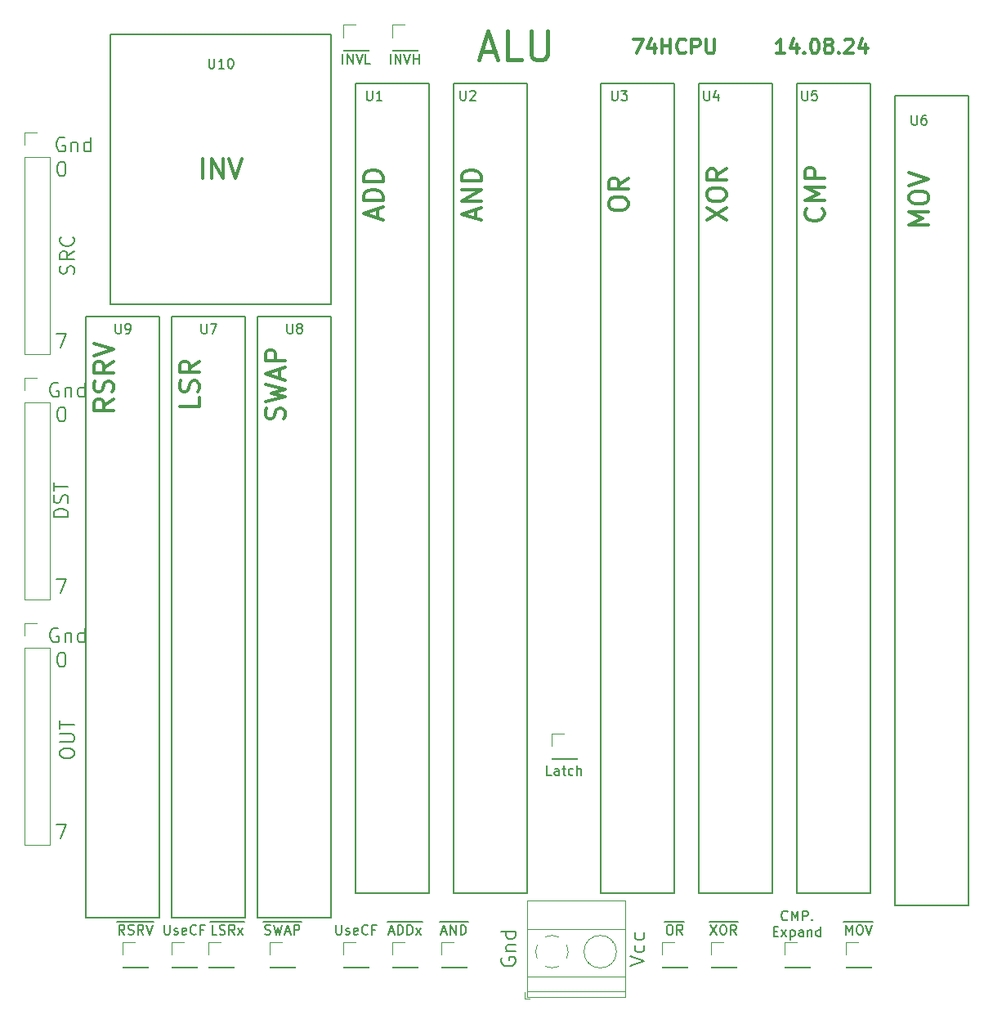
<source format=gbr>
%TF.GenerationSoftware,KiCad,Pcbnew,(5.1.8)-1*%
%TF.CreationDate,2024-08-14T23:33:12+03:00*%
%TF.ProjectId,ALU,414c552e-6b69-4636-9164-5f7063625858,rev?*%
%TF.SameCoordinates,Original*%
%TF.FileFunction,Legend,Top*%
%TF.FilePolarity,Positive*%
%FSLAX46Y46*%
G04 Gerber Fmt 4.6, Leading zero omitted, Abs format (unit mm)*
G04 Created by KiCad (PCBNEW (5.1.8)-1) date 2024-08-14 23:33:12*
%MOMM*%
%LPD*%
G01*
G04 APERTURE LIST*
%ADD10C,0.300000*%
%ADD11C,0.400000*%
%ADD12C,0.150000*%
%ADD13C,0.200000*%
%ADD14C,0.120000*%
G04 APERTURE END LIST*
D10*
X92662857Y-17188571D02*
X91805714Y-17188571D01*
X92234285Y-17188571D02*
X92234285Y-15688571D01*
X92091428Y-15902857D01*
X91948571Y-16045714D01*
X91805714Y-16117142D01*
X93948571Y-16188571D02*
X93948571Y-17188571D01*
X93591428Y-15617142D02*
X93234285Y-16688571D01*
X94162857Y-16688571D01*
X94734285Y-17045714D02*
X94805714Y-17117142D01*
X94734285Y-17188571D01*
X94662857Y-17117142D01*
X94734285Y-17045714D01*
X94734285Y-17188571D01*
X95734285Y-15688571D02*
X95877142Y-15688571D01*
X96020000Y-15760000D01*
X96091428Y-15831428D01*
X96162857Y-15974285D01*
X96234285Y-16260000D01*
X96234285Y-16617142D01*
X96162857Y-16902857D01*
X96091428Y-17045714D01*
X96020000Y-17117142D01*
X95877142Y-17188571D01*
X95734285Y-17188571D01*
X95591428Y-17117142D01*
X95520000Y-17045714D01*
X95448571Y-16902857D01*
X95377142Y-16617142D01*
X95377142Y-16260000D01*
X95448571Y-15974285D01*
X95520000Y-15831428D01*
X95591428Y-15760000D01*
X95734285Y-15688571D01*
X97091428Y-16331428D02*
X96948571Y-16260000D01*
X96877142Y-16188571D01*
X96805714Y-16045714D01*
X96805714Y-15974285D01*
X96877142Y-15831428D01*
X96948571Y-15760000D01*
X97091428Y-15688571D01*
X97377142Y-15688571D01*
X97520000Y-15760000D01*
X97591428Y-15831428D01*
X97662857Y-15974285D01*
X97662857Y-16045714D01*
X97591428Y-16188571D01*
X97520000Y-16260000D01*
X97377142Y-16331428D01*
X97091428Y-16331428D01*
X96948571Y-16402857D01*
X96877142Y-16474285D01*
X96805714Y-16617142D01*
X96805714Y-16902857D01*
X96877142Y-17045714D01*
X96948571Y-17117142D01*
X97091428Y-17188571D01*
X97377142Y-17188571D01*
X97520000Y-17117142D01*
X97591428Y-17045714D01*
X97662857Y-16902857D01*
X97662857Y-16617142D01*
X97591428Y-16474285D01*
X97520000Y-16402857D01*
X97377142Y-16331428D01*
X98305714Y-17045714D02*
X98377142Y-17117142D01*
X98305714Y-17188571D01*
X98234285Y-17117142D01*
X98305714Y-17045714D01*
X98305714Y-17188571D01*
X98948571Y-15831428D02*
X99020000Y-15760000D01*
X99162857Y-15688571D01*
X99520000Y-15688571D01*
X99662857Y-15760000D01*
X99734285Y-15831428D01*
X99805714Y-15974285D01*
X99805714Y-16117142D01*
X99734285Y-16331428D01*
X98877142Y-17188571D01*
X99805714Y-17188571D01*
X101091428Y-16188571D02*
X101091428Y-17188571D01*
X100734285Y-15617142D02*
X100377142Y-16688571D01*
X101305714Y-16688571D01*
X76994285Y-15688571D02*
X77994285Y-15688571D01*
X77351428Y-17188571D01*
X79208571Y-16188571D02*
X79208571Y-17188571D01*
X78851428Y-15617142D02*
X78494285Y-16688571D01*
X79422857Y-16688571D01*
X79994285Y-17188571D02*
X79994285Y-15688571D01*
X79994285Y-16402857D02*
X80851428Y-16402857D01*
X80851428Y-17188571D02*
X80851428Y-15688571D01*
X82422857Y-17045714D02*
X82351428Y-17117142D01*
X82137142Y-17188571D01*
X81994285Y-17188571D01*
X81780000Y-17117142D01*
X81637142Y-16974285D01*
X81565714Y-16831428D01*
X81494285Y-16545714D01*
X81494285Y-16331428D01*
X81565714Y-16045714D01*
X81637142Y-15902857D01*
X81780000Y-15760000D01*
X81994285Y-15688571D01*
X82137142Y-15688571D01*
X82351428Y-15760000D01*
X82422857Y-15831428D01*
X83065714Y-17188571D02*
X83065714Y-15688571D01*
X83637142Y-15688571D01*
X83780000Y-15760000D01*
X83851428Y-15831428D01*
X83922857Y-15974285D01*
X83922857Y-16188571D01*
X83851428Y-16331428D01*
X83780000Y-16402857D01*
X83637142Y-16474285D01*
X83065714Y-16474285D01*
X84565714Y-15688571D02*
X84565714Y-16902857D01*
X84637142Y-17045714D01*
X84708571Y-17117142D01*
X84851428Y-17188571D01*
X85137142Y-17188571D01*
X85280000Y-17117142D01*
X85351428Y-17045714D01*
X85422857Y-16902857D01*
X85422857Y-15688571D01*
D11*
X61270000Y-17010000D02*
X62698571Y-17010000D01*
X60984285Y-17867142D02*
X61984285Y-14867142D01*
X62984285Y-17867142D01*
X65412857Y-17867142D02*
X63984285Y-17867142D01*
X63984285Y-14867142D01*
X66412857Y-14867142D02*
X66412857Y-17295714D01*
X66555714Y-17581428D01*
X66698571Y-17724285D01*
X66984285Y-17867142D01*
X67555714Y-17867142D01*
X67841428Y-17724285D01*
X67984285Y-17581428D01*
X68127142Y-17295714D01*
X68127142Y-14867142D01*
D12*
X51863809Y-18232380D02*
X51863809Y-17232380D01*
X52340000Y-18232380D02*
X52340000Y-17232380D01*
X52911428Y-18232380D01*
X52911428Y-17232380D01*
X53244761Y-17232380D02*
X53578095Y-18232380D01*
X53911428Y-17232380D01*
X54244761Y-18232380D02*
X54244761Y-17232380D01*
X54244761Y-17708571D02*
X54816190Y-17708571D01*
X54816190Y-18232380D02*
X54816190Y-17232380D01*
X46902857Y-18232380D02*
X46902857Y-17232380D01*
X47379047Y-18232380D02*
X47379047Y-17232380D01*
X47950476Y-18232380D01*
X47950476Y-17232380D01*
X48283809Y-17232380D02*
X48617142Y-18232380D01*
X48950476Y-17232380D01*
X49760000Y-18232380D02*
X49283809Y-18232380D01*
X49283809Y-17232380D01*
X23495238Y-107035000D02*
X24495238Y-107035000D01*
X24304761Y-108402380D02*
X23971428Y-107926190D01*
X23733333Y-108402380D02*
X23733333Y-107402380D01*
X24114285Y-107402380D01*
X24209523Y-107450000D01*
X24257142Y-107497619D01*
X24304761Y-107592857D01*
X24304761Y-107735714D01*
X24257142Y-107830952D01*
X24209523Y-107878571D01*
X24114285Y-107926190D01*
X23733333Y-107926190D01*
X24495238Y-107035000D02*
X25447619Y-107035000D01*
X24685714Y-108354761D02*
X24828571Y-108402380D01*
X25066666Y-108402380D01*
X25161904Y-108354761D01*
X25209523Y-108307142D01*
X25257142Y-108211904D01*
X25257142Y-108116666D01*
X25209523Y-108021428D01*
X25161904Y-107973809D01*
X25066666Y-107926190D01*
X24876190Y-107878571D01*
X24780952Y-107830952D01*
X24733333Y-107783333D01*
X24685714Y-107688095D01*
X24685714Y-107592857D01*
X24733333Y-107497619D01*
X24780952Y-107450000D01*
X24876190Y-107402380D01*
X25114285Y-107402380D01*
X25257142Y-107450000D01*
X25447619Y-107035000D02*
X26447619Y-107035000D01*
X26257142Y-108402380D02*
X25923809Y-107926190D01*
X25685714Y-108402380D02*
X25685714Y-107402380D01*
X26066666Y-107402380D01*
X26161904Y-107450000D01*
X26209523Y-107497619D01*
X26257142Y-107592857D01*
X26257142Y-107735714D01*
X26209523Y-107830952D01*
X26161904Y-107878571D01*
X26066666Y-107926190D01*
X25685714Y-107926190D01*
X26447619Y-107035000D02*
X27304761Y-107035000D01*
X26542857Y-107402380D02*
X26876190Y-108402380D01*
X27209523Y-107402380D01*
X28432380Y-107402380D02*
X28432380Y-108211904D01*
X28480000Y-108307142D01*
X28527619Y-108354761D01*
X28622857Y-108402380D01*
X28813333Y-108402380D01*
X28908571Y-108354761D01*
X28956190Y-108307142D01*
X29003809Y-108211904D01*
X29003809Y-107402380D01*
X29432380Y-108354761D02*
X29527619Y-108402380D01*
X29718095Y-108402380D01*
X29813333Y-108354761D01*
X29860952Y-108259523D01*
X29860952Y-108211904D01*
X29813333Y-108116666D01*
X29718095Y-108069047D01*
X29575238Y-108069047D01*
X29480000Y-108021428D01*
X29432380Y-107926190D01*
X29432380Y-107878571D01*
X29480000Y-107783333D01*
X29575238Y-107735714D01*
X29718095Y-107735714D01*
X29813333Y-107783333D01*
X30670476Y-108354761D02*
X30575238Y-108402380D01*
X30384761Y-108402380D01*
X30289523Y-108354761D01*
X30241904Y-108259523D01*
X30241904Y-107878571D01*
X30289523Y-107783333D01*
X30384761Y-107735714D01*
X30575238Y-107735714D01*
X30670476Y-107783333D01*
X30718095Y-107878571D01*
X30718095Y-107973809D01*
X30241904Y-108069047D01*
X31718095Y-108307142D02*
X31670476Y-108354761D01*
X31527619Y-108402380D01*
X31432380Y-108402380D01*
X31289523Y-108354761D01*
X31194285Y-108259523D01*
X31146666Y-108164285D01*
X31099047Y-107973809D01*
X31099047Y-107830952D01*
X31146666Y-107640476D01*
X31194285Y-107545238D01*
X31289523Y-107450000D01*
X31432380Y-107402380D01*
X31527619Y-107402380D01*
X31670476Y-107450000D01*
X31718095Y-107497619D01*
X32480000Y-107878571D02*
X32146666Y-107878571D01*
X32146666Y-108402380D02*
X32146666Y-107402380D01*
X32622857Y-107402380D01*
X33139285Y-107035000D02*
X33948809Y-107035000D01*
X33853571Y-108402380D02*
X33377380Y-108402380D01*
X33377380Y-107402380D01*
X33948809Y-107035000D02*
X34901190Y-107035000D01*
X34139285Y-108354761D02*
X34282142Y-108402380D01*
X34520238Y-108402380D01*
X34615476Y-108354761D01*
X34663095Y-108307142D01*
X34710714Y-108211904D01*
X34710714Y-108116666D01*
X34663095Y-108021428D01*
X34615476Y-107973809D01*
X34520238Y-107926190D01*
X34329761Y-107878571D01*
X34234523Y-107830952D01*
X34186904Y-107783333D01*
X34139285Y-107688095D01*
X34139285Y-107592857D01*
X34186904Y-107497619D01*
X34234523Y-107450000D01*
X34329761Y-107402380D01*
X34567857Y-107402380D01*
X34710714Y-107450000D01*
X34901190Y-107035000D02*
X35901190Y-107035000D01*
X35710714Y-108402380D02*
X35377380Y-107926190D01*
X35139285Y-108402380D02*
X35139285Y-107402380D01*
X35520238Y-107402380D01*
X35615476Y-107450000D01*
X35663095Y-107497619D01*
X35710714Y-107592857D01*
X35710714Y-107735714D01*
X35663095Y-107830952D01*
X35615476Y-107878571D01*
X35520238Y-107926190D01*
X35139285Y-107926190D01*
X35901190Y-107035000D02*
X36710714Y-107035000D01*
X36044047Y-108402380D02*
X36567857Y-107735714D01*
X36044047Y-107735714D02*
X36567857Y-108402380D01*
X38663809Y-107035000D02*
X39616190Y-107035000D01*
X38854285Y-108354761D02*
X38997142Y-108402380D01*
X39235238Y-108402380D01*
X39330476Y-108354761D01*
X39378095Y-108307142D01*
X39425714Y-108211904D01*
X39425714Y-108116666D01*
X39378095Y-108021428D01*
X39330476Y-107973809D01*
X39235238Y-107926190D01*
X39044761Y-107878571D01*
X38949523Y-107830952D01*
X38901904Y-107783333D01*
X38854285Y-107688095D01*
X38854285Y-107592857D01*
X38901904Y-107497619D01*
X38949523Y-107450000D01*
X39044761Y-107402380D01*
X39282857Y-107402380D01*
X39425714Y-107450000D01*
X39616190Y-107035000D02*
X40759047Y-107035000D01*
X39759047Y-107402380D02*
X39997142Y-108402380D01*
X40187619Y-107688095D01*
X40378095Y-108402380D01*
X40616190Y-107402380D01*
X40759047Y-107035000D02*
X41616190Y-107035000D01*
X40949523Y-108116666D02*
X41425714Y-108116666D01*
X40854285Y-108402380D02*
X41187619Y-107402380D01*
X41520952Y-108402380D01*
X41616190Y-107035000D02*
X42616190Y-107035000D01*
X41854285Y-108402380D02*
X41854285Y-107402380D01*
X42235238Y-107402380D01*
X42330476Y-107450000D01*
X42378095Y-107497619D01*
X42425714Y-107592857D01*
X42425714Y-107735714D01*
X42378095Y-107830952D01*
X42330476Y-107878571D01*
X42235238Y-107926190D01*
X41854285Y-107926190D01*
X46212380Y-107402380D02*
X46212380Y-108211904D01*
X46260000Y-108307142D01*
X46307619Y-108354761D01*
X46402857Y-108402380D01*
X46593333Y-108402380D01*
X46688571Y-108354761D01*
X46736190Y-108307142D01*
X46783809Y-108211904D01*
X46783809Y-107402380D01*
X47212380Y-108354761D02*
X47307619Y-108402380D01*
X47498095Y-108402380D01*
X47593333Y-108354761D01*
X47640952Y-108259523D01*
X47640952Y-108211904D01*
X47593333Y-108116666D01*
X47498095Y-108069047D01*
X47355238Y-108069047D01*
X47260000Y-108021428D01*
X47212380Y-107926190D01*
X47212380Y-107878571D01*
X47260000Y-107783333D01*
X47355238Y-107735714D01*
X47498095Y-107735714D01*
X47593333Y-107783333D01*
X48450476Y-108354761D02*
X48355238Y-108402380D01*
X48164761Y-108402380D01*
X48069523Y-108354761D01*
X48021904Y-108259523D01*
X48021904Y-107878571D01*
X48069523Y-107783333D01*
X48164761Y-107735714D01*
X48355238Y-107735714D01*
X48450476Y-107783333D01*
X48498095Y-107878571D01*
X48498095Y-107973809D01*
X48021904Y-108069047D01*
X49498095Y-108307142D02*
X49450476Y-108354761D01*
X49307619Y-108402380D01*
X49212380Y-108402380D01*
X49069523Y-108354761D01*
X48974285Y-108259523D01*
X48926666Y-108164285D01*
X48879047Y-107973809D01*
X48879047Y-107830952D01*
X48926666Y-107640476D01*
X48974285Y-107545238D01*
X49069523Y-107450000D01*
X49212380Y-107402380D01*
X49307619Y-107402380D01*
X49450476Y-107450000D01*
X49498095Y-107497619D01*
X50260000Y-107878571D02*
X49926666Y-107878571D01*
X49926666Y-108402380D02*
X49926666Y-107402380D01*
X50402857Y-107402380D01*
X51506666Y-107035000D02*
X52363809Y-107035000D01*
X51697142Y-108116666D02*
X52173333Y-108116666D01*
X51601904Y-108402380D02*
X51935238Y-107402380D01*
X52268571Y-108402380D01*
X52363809Y-107035000D02*
X53363809Y-107035000D01*
X52601904Y-108402380D02*
X52601904Y-107402380D01*
X52840000Y-107402380D01*
X52982857Y-107450000D01*
X53078095Y-107545238D01*
X53125714Y-107640476D01*
X53173333Y-107830952D01*
X53173333Y-107973809D01*
X53125714Y-108164285D01*
X53078095Y-108259523D01*
X52982857Y-108354761D01*
X52840000Y-108402380D01*
X52601904Y-108402380D01*
X53363809Y-107035000D02*
X54363809Y-107035000D01*
X53601904Y-108402380D02*
X53601904Y-107402380D01*
X53840000Y-107402380D01*
X53982857Y-107450000D01*
X54078095Y-107545238D01*
X54125714Y-107640476D01*
X54173333Y-107830952D01*
X54173333Y-107973809D01*
X54125714Y-108164285D01*
X54078095Y-108259523D01*
X53982857Y-108354761D01*
X53840000Y-108402380D01*
X53601904Y-108402380D01*
X54363809Y-107035000D02*
X55173333Y-107035000D01*
X54506666Y-108402380D02*
X55030476Y-107735714D01*
X54506666Y-107735714D02*
X55030476Y-108402380D01*
X56967619Y-107035000D02*
X57824761Y-107035000D01*
X57158095Y-108116666D02*
X57634285Y-108116666D01*
X57062857Y-108402380D02*
X57396190Y-107402380D01*
X57729523Y-108402380D01*
X57824761Y-107035000D02*
X58872380Y-107035000D01*
X58062857Y-108402380D02*
X58062857Y-107402380D01*
X58634285Y-108402380D01*
X58634285Y-107402380D01*
X58872380Y-107035000D02*
X59872380Y-107035000D01*
X59110476Y-108402380D02*
X59110476Y-107402380D01*
X59348571Y-107402380D01*
X59491428Y-107450000D01*
X59586666Y-107545238D01*
X59634285Y-107640476D01*
X59681904Y-107830952D01*
X59681904Y-107973809D01*
X59634285Y-108164285D01*
X59586666Y-108259523D01*
X59491428Y-108354761D01*
X59348571Y-108402380D01*
X59110476Y-108402380D01*
X80256190Y-107035000D02*
X81303809Y-107035000D01*
X80684761Y-107402380D02*
X80875238Y-107402380D01*
X80970476Y-107450000D01*
X81065714Y-107545238D01*
X81113333Y-107735714D01*
X81113333Y-108069047D01*
X81065714Y-108259523D01*
X80970476Y-108354761D01*
X80875238Y-108402380D01*
X80684761Y-108402380D01*
X80589523Y-108354761D01*
X80494285Y-108259523D01*
X80446666Y-108069047D01*
X80446666Y-107735714D01*
X80494285Y-107545238D01*
X80589523Y-107450000D01*
X80684761Y-107402380D01*
X81303809Y-107035000D02*
X82303809Y-107035000D01*
X82113333Y-108402380D02*
X81780000Y-107926190D01*
X81541904Y-108402380D02*
X81541904Y-107402380D01*
X81922857Y-107402380D01*
X82018095Y-107450000D01*
X82065714Y-107497619D01*
X82113333Y-107592857D01*
X82113333Y-107735714D01*
X82065714Y-107830952D01*
X82018095Y-107878571D01*
X81922857Y-107926190D01*
X81541904Y-107926190D01*
X84860000Y-107035000D02*
X85812380Y-107035000D01*
X85002857Y-107402380D02*
X85669523Y-108402380D01*
X85669523Y-107402380D02*
X85002857Y-108402380D01*
X85812380Y-107035000D02*
X86860000Y-107035000D01*
X86240952Y-107402380D02*
X86431428Y-107402380D01*
X86526666Y-107450000D01*
X86621904Y-107545238D01*
X86669523Y-107735714D01*
X86669523Y-108069047D01*
X86621904Y-108259523D01*
X86526666Y-108354761D01*
X86431428Y-108402380D01*
X86240952Y-108402380D01*
X86145714Y-108354761D01*
X86050476Y-108259523D01*
X86002857Y-108069047D01*
X86002857Y-107735714D01*
X86050476Y-107545238D01*
X86145714Y-107450000D01*
X86240952Y-107402380D01*
X86860000Y-107035000D02*
X87860000Y-107035000D01*
X87669523Y-108402380D02*
X87336190Y-107926190D01*
X87098095Y-108402380D02*
X87098095Y-107402380D01*
X87479047Y-107402380D01*
X87574285Y-107450000D01*
X87621904Y-107497619D01*
X87669523Y-107592857D01*
X87669523Y-107735714D01*
X87621904Y-107830952D01*
X87574285Y-107878571D01*
X87479047Y-107926190D01*
X87098095Y-107926190D01*
X92980000Y-106847142D02*
X92932380Y-106894761D01*
X92789523Y-106942380D01*
X92694285Y-106942380D01*
X92551428Y-106894761D01*
X92456190Y-106799523D01*
X92408571Y-106704285D01*
X92360952Y-106513809D01*
X92360952Y-106370952D01*
X92408571Y-106180476D01*
X92456190Y-106085238D01*
X92551428Y-105990000D01*
X92694285Y-105942380D01*
X92789523Y-105942380D01*
X92932380Y-105990000D01*
X92980000Y-106037619D01*
X93408571Y-106942380D02*
X93408571Y-105942380D01*
X93741904Y-106656666D01*
X94075238Y-105942380D01*
X94075238Y-106942380D01*
X94551428Y-106942380D02*
X94551428Y-105942380D01*
X94932380Y-105942380D01*
X95027619Y-105990000D01*
X95075238Y-106037619D01*
X95122857Y-106132857D01*
X95122857Y-106275714D01*
X95075238Y-106370952D01*
X95027619Y-106418571D01*
X94932380Y-106466190D01*
X94551428Y-106466190D01*
X95551428Y-106847142D02*
X95599047Y-106894761D01*
X95551428Y-106942380D01*
X95503809Y-106894761D01*
X95551428Y-106847142D01*
X95551428Y-106942380D01*
X91551428Y-108068571D02*
X91884761Y-108068571D01*
X92027619Y-108592380D02*
X91551428Y-108592380D01*
X91551428Y-107592380D01*
X92027619Y-107592380D01*
X92360952Y-108592380D02*
X92884761Y-107925714D01*
X92360952Y-107925714D02*
X92884761Y-108592380D01*
X93265714Y-107925714D02*
X93265714Y-108925714D01*
X93265714Y-107973333D02*
X93360952Y-107925714D01*
X93551428Y-107925714D01*
X93646666Y-107973333D01*
X93694285Y-108020952D01*
X93741904Y-108116190D01*
X93741904Y-108401904D01*
X93694285Y-108497142D01*
X93646666Y-108544761D01*
X93551428Y-108592380D01*
X93360952Y-108592380D01*
X93265714Y-108544761D01*
X94599047Y-108592380D02*
X94599047Y-108068571D01*
X94551428Y-107973333D01*
X94456190Y-107925714D01*
X94265714Y-107925714D01*
X94170476Y-107973333D01*
X94599047Y-108544761D02*
X94503809Y-108592380D01*
X94265714Y-108592380D01*
X94170476Y-108544761D01*
X94122857Y-108449523D01*
X94122857Y-108354285D01*
X94170476Y-108259047D01*
X94265714Y-108211428D01*
X94503809Y-108211428D01*
X94599047Y-108163809D01*
X95075238Y-107925714D02*
X95075238Y-108592380D01*
X95075238Y-108020952D02*
X95122857Y-107973333D01*
X95218095Y-107925714D01*
X95360952Y-107925714D01*
X95456190Y-107973333D01*
X95503809Y-108068571D01*
X95503809Y-108592380D01*
X96408571Y-108592380D02*
X96408571Y-107592380D01*
X96408571Y-108544761D02*
X96313333Y-108592380D01*
X96122857Y-108592380D01*
X96027619Y-108544761D01*
X95980000Y-108497142D01*
X95932380Y-108401904D01*
X95932380Y-108116190D01*
X95980000Y-108020952D01*
X96027619Y-107973333D01*
X96122857Y-107925714D01*
X96313333Y-107925714D01*
X96408571Y-107973333D01*
X98806190Y-107035000D02*
X99949047Y-107035000D01*
X99044285Y-108402380D02*
X99044285Y-107402380D01*
X99377619Y-108116666D01*
X99710952Y-107402380D01*
X99710952Y-108402380D01*
X99949047Y-107035000D02*
X100996666Y-107035000D01*
X100377619Y-107402380D02*
X100568095Y-107402380D01*
X100663333Y-107450000D01*
X100758571Y-107545238D01*
X100806190Y-107735714D01*
X100806190Y-108069047D01*
X100758571Y-108259523D01*
X100663333Y-108354761D01*
X100568095Y-108402380D01*
X100377619Y-108402380D01*
X100282380Y-108354761D01*
X100187142Y-108259523D01*
X100139523Y-108069047D01*
X100139523Y-107735714D01*
X100187142Y-107545238D01*
X100282380Y-107450000D01*
X100377619Y-107402380D01*
X100996666Y-107035000D02*
X101853809Y-107035000D01*
X101091904Y-107402380D02*
X101425238Y-108402380D01*
X101758571Y-107402380D01*
D13*
X17280000Y-46168571D02*
X18280000Y-46168571D01*
X17637142Y-47668571D01*
X17280000Y-71568571D02*
X18280000Y-71568571D01*
X17637142Y-73068571D01*
X17280000Y-96968571D02*
X18280000Y-96968571D01*
X17637142Y-98468571D01*
X17708571Y-79188571D02*
X17851428Y-79188571D01*
X17994285Y-79260000D01*
X18065714Y-79331428D01*
X18137142Y-79474285D01*
X18208571Y-79760000D01*
X18208571Y-80117142D01*
X18137142Y-80402857D01*
X18065714Y-80545714D01*
X17994285Y-80617142D01*
X17851428Y-80688571D01*
X17708571Y-80688571D01*
X17565714Y-80617142D01*
X17494285Y-80545714D01*
X17422857Y-80402857D01*
X17351428Y-80117142D01*
X17351428Y-79760000D01*
X17422857Y-79474285D01*
X17494285Y-79331428D01*
X17565714Y-79260000D01*
X17708571Y-79188571D01*
X17708571Y-53788571D02*
X17851428Y-53788571D01*
X17994285Y-53860000D01*
X18065714Y-53931428D01*
X18137142Y-54074285D01*
X18208571Y-54360000D01*
X18208571Y-54717142D01*
X18137142Y-55002857D01*
X18065714Y-55145714D01*
X17994285Y-55217142D01*
X17851428Y-55288571D01*
X17708571Y-55288571D01*
X17565714Y-55217142D01*
X17494285Y-55145714D01*
X17422857Y-55002857D01*
X17351428Y-54717142D01*
X17351428Y-54360000D01*
X17422857Y-54074285D01*
X17494285Y-53931428D01*
X17565714Y-53860000D01*
X17708571Y-53788571D01*
X17708571Y-28388571D02*
X17851428Y-28388571D01*
X17994285Y-28460000D01*
X18065714Y-28531428D01*
X18137142Y-28674285D01*
X18208571Y-28960000D01*
X18208571Y-29317142D01*
X18137142Y-29602857D01*
X18065714Y-29745714D01*
X17994285Y-29817142D01*
X17851428Y-29888571D01*
X17708571Y-29888571D01*
X17565714Y-29817142D01*
X17494285Y-29745714D01*
X17422857Y-29602857D01*
X17351428Y-29317142D01*
X17351428Y-28960000D01*
X17422857Y-28674285D01*
X17494285Y-28531428D01*
X17565714Y-28460000D01*
X17708571Y-28388571D01*
X18085714Y-25920000D02*
X17942857Y-25848571D01*
X17728571Y-25848571D01*
X17514285Y-25920000D01*
X17371428Y-26062857D01*
X17300000Y-26205714D01*
X17228571Y-26491428D01*
X17228571Y-26705714D01*
X17300000Y-26991428D01*
X17371428Y-27134285D01*
X17514285Y-27277142D01*
X17728571Y-27348571D01*
X17871428Y-27348571D01*
X18085714Y-27277142D01*
X18157142Y-27205714D01*
X18157142Y-26705714D01*
X17871428Y-26705714D01*
X18800000Y-26348571D02*
X18800000Y-27348571D01*
X18800000Y-26491428D02*
X18871428Y-26420000D01*
X19014285Y-26348571D01*
X19228571Y-26348571D01*
X19371428Y-26420000D01*
X19442857Y-26562857D01*
X19442857Y-27348571D01*
X20800000Y-27348571D02*
X20800000Y-25848571D01*
X20800000Y-27277142D02*
X20657142Y-27348571D01*
X20371428Y-27348571D01*
X20228571Y-27277142D01*
X20157142Y-27205714D01*
X20085714Y-27062857D01*
X20085714Y-26634285D01*
X20157142Y-26491428D01*
X20228571Y-26420000D01*
X20371428Y-26348571D01*
X20657142Y-26348571D01*
X20800000Y-26420000D01*
X17450714Y-51320000D02*
X17307857Y-51248571D01*
X17093571Y-51248571D01*
X16879285Y-51320000D01*
X16736428Y-51462857D01*
X16665000Y-51605714D01*
X16593571Y-51891428D01*
X16593571Y-52105714D01*
X16665000Y-52391428D01*
X16736428Y-52534285D01*
X16879285Y-52677142D01*
X17093571Y-52748571D01*
X17236428Y-52748571D01*
X17450714Y-52677142D01*
X17522142Y-52605714D01*
X17522142Y-52105714D01*
X17236428Y-52105714D01*
X18165000Y-51748571D02*
X18165000Y-52748571D01*
X18165000Y-51891428D02*
X18236428Y-51820000D01*
X18379285Y-51748571D01*
X18593571Y-51748571D01*
X18736428Y-51820000D01*
X18807857Y-51962857D01*
X18807857Y-52748571D01*
X20165000Y-52748571D02*
X20165000Y-51248571D01*
X20165000Y-52677142D02*
X20022142Y-52748571D01*
X19736428Y-52748571D01*
X19593571Y-52677142D01*
X19522142Y-52605714D01*
X19450714Y-52462857D01*
X19450714Y-52034285D01*
X19522142Y-51891428D01*
X19593571Y-51820000D01*
X19736428Y-51748571D01*
X20022142Y-51748571D01*
X20165000Y-51820000D01*
X17450714Y-76720000D02*
X17307857Y-76648571D01*
X17093571Y-76648571D01*
X16879285Y-76720000D01*
X16736428Y-76862857D01*
X16665000Y-77005714D01*
X16593571Y-77291428D01*
X16593571Y-77505714D01*
X16665000Y-77791428D01*
X16736428Y-77934285D01*
X16879285Y-78077142D01*
X17093571Y-78148571D01*
X17236428Y-78148571D01*
X17450714Y-78077142D01*
X17522142Y-78005714D01*
X17522142Y-77505714D01*
X17236428Y-77505714D01*
X18165000Y-77148571D02*
X18165000Y-78148571D01*
X18165000Y-77291428D02*
X18236428Y-77220000D01*
X18379285Y-77148571D01*
X18593571Y-77148571D01*
X18736428Y-77220000D01*
X18807857Y-77362857D01*
X18807857Y-78148571D01*
X20165000Y-78148571D02*
X20165000Y-76648571D01*
X20165000Y-78077142D02*
X20022142Y-78148571D01*
X19736428Y-78148571D01*
X19593571Y-78077142D01*
X19522142Y-78005714D01*
X19450714Y-77862857D01*
X19450714Y-77434285D01*
X19522142Y-77291428D01*
X19593571Y-77220000D01*
X19736428Y-77148571D01*
X20022142Y-77148571D01*
X20165000Y-77220000D01*
D10*
X23129761Y-52990476D02*
X22177380Y-53657142D01*
X23129761Y-54133333D02*
X21129761Y-54133333D01*
X21129761Y-53371428D01*
X21225000Y-53180952D01*
X21320238Y-53085714D01*
X21510714Y-52990476D01*
X21796428Y-52990476D01*
X21986904Y-53085714D01*
X22082142Y-53180952D01*
X22177380Y-53371428D01*
X22177380Y-54133333D01*
X23034523Y-52228571D02*
X23129761Y-51942857D01*
X23129761Y-51466666D01*
X23034523Y-51276190D01*
X22939285Y-51180952D01*
X22748809Y-51085714D01*
X22558333Y-51085714D01*
X22367857Y-51180952D01*
X22272619Y-51276190D01*
X22177380Y-51466666D01*
X22082142Y-51847619D01*
X21986904Y-52038095D01*
X21891666Y-52133333D01*
X21701190Y-52228571D01*
X21510714Y-52228571D01*
X21320238Y-52133333D01*
X21225000Y-52038095D01*
X21129761Y-51847619D01*
X21129761Y-51371428D01*
X21225000Y-51085714D01*
X23129761Y-49085714D02*
X22177380Y-49752380D01*
X23129761Y-50228571D02*
X21129761Y-50228571D01*
X21129761Y-49466666D01*
X21225000Y-49276190D01*
X21320238Y-49180952D01*
X21510714Y-49085714D01*
X21796428Y-49085714D01*
X21986904Y-49180952D01*
X22082142Y-49276190D01*
X22177380Y-49466666D01*
X22177380Y-50228571D01*
X21129761Y-48514285D02*
X23129761Y-47847619D01*
X21129761Y-47180952D01*
X32385238Y-30114761D02*
X32385238Y-28114761D01*
X33337619Y-30114761D02*
X33337619Y-28114761D01*
X34480476Y-30114761D01*
X34480476Y-28114761D01*
X35147142Y-28114761D02*
X35813809Y-30114761D01*
X36480476Y-28114761D01*
X40814523Y-55006428D02*
X40909761Y-54720714D01*
X40909761Y-54244523D01*
X40814523Y-54054047D01*
X40719285Y-53958809D01*
X40528809Y-53863571D01*
X40338333Y-53863571D01*
X40147857Y-53958809D01*
X40052619Y-54054047D01*
X39957380Y-54244523D01*
X39862142Y-54625476D01*
X39766904Y-54815952D01*
X39671666Y-54911190D01*
X39481190Y-55006428D01*
X39290714Y-55006428D01*
X39100238Y-54911190D01*
X39005000Y-54815952D01*
X38909761Y-54625476D01*
X38909761Y-54149285D01*
X39005000Y-53863571D01*
X38909761Y-53196904D02*
X40909761Y-52720714D01*
X39481190Y-52339761D01*
X40909761Y-51958809D01*
X38909761Y-51482619D01*
X40338333Y-50815952D02*
X40338333Y-49863571D01*
X40909761Y-51006428D02*
X38909761Y-50339761D01*
X40909761Y-49673095D01*
X40909761Y-49006428D02*
X38909761Y-49006428D01*
X38909761Y-48244523D01*
X39005000Y-48054047D01*
X39100238Y-47958809D01*
X39290714Y-47863571D01*
X39576428Y-47863571D01*
X39766904Y-47958809D01*
X39862142Y-48054047D01*
X39957380Y-48244523D01*
X39957380Y-49006428D01*
D13*
X17593571Y-89765000D02*
X17593571Y-89479285D01*
X17665000Y-89336428D01*
X17807857Y-89193571D01*
X18093571Y-89122142D01*
X18593571Y-89122142D01*
X18879285Y-89193571D01*
X19022142Y-89336428D01*
X19093571Y-89479285D01*
X19093571Y-89765000D01*
X19022142Y-89907857D01*
X18879285Y-90050714D01*
X18593571Y-90122142D01*
X18093571Y-90122142D01*
X17807857Y-90050714D01*
X17665000Y-89907857D01*
X17593571Y-89765000D01*
X17593571Y-88479285D02*
X18807857Y-88479285D01*
X18950714Y-88407857D01*
X19022142Y-88336428D01*
X19093571Y-88193571D01*
X19093571Y-87907857D01*
X19022142Y-87765000D01*
X18950714Y-87693571D01*
X18807857Y-87622142D01*
X17593571Y-87622142D01*
X17593571Y-87122142D02*
X17593571Y-86265000D01*
X19093571Y-86693571D02*
X17593571Y-86693571D01*
D10*
X107584761Y-34956428D02*
X105584761Y-34956428D01*
X107013333Y-34289761D01*
X105584761Y-33623095D01*
X107584761Y-33623095D01*
X105584761Y-32289761D02*
X105584761Y-31908809D01*
X105680000Y-31718333D01*
X105870476Y-31527857D01*
X106251428Y-31432619D01*
X106918095Y-31432619D01*
X107299047Y-31527857D01*
X107489523Y-31718333D01*
X107584761Y-31908809D01*
X107584761Y-32289761D01*
X107489523Y-32480238D01*
X107299047Y-32670714D01*
X106918095Y-32765952D01*
X106251428Y-32765952D01*
X105870476Y-32670714D01*
X105680000Y-32480238D01*
X105584761Y-32289761D01*
X105584761Y-30861190D02*
X107584761Y-30194523D01*
X105584761Y-29527857D01*
D12*
X68540476Y-91892380D02*
X68064285Y-91892380D01*
X68064285Y-90892380D01*
X69302380Y-91892380D02*
X69302380Y-91368571D01*
X69254761Y-91273333D01*
X69159523Y-91225714D01*
X68969047Y-91225714D01*
X68873809Y-91273333D01*
X69302380Y-91844761D02*
X69207142Y-91892380D01*
X68969047Y-91892380D01*
X68873809Y-91844761D01*
X68826190Y-91749523D01*
X68826190Y-91654285D01*
X68873809Y-91559047D01*
X68969047Y-91511428D01*
X69207142Y-91511428D01*
X69302380Y-91463809D01*
X69635714Y-91225714D02*
X70016666Y-91225714D01*
X69778571Y-90892380D02*
X69778571Y-91749523D01*
X69826190Y-91844761D01*
X69921428Y-91892380D01*
X70016666Y-91892380D01*
X70778571Y-91844761D02*
X70683333Y-91892380D01*
X70492857Y-91892380D01*
X70397619Y-91844761D01*
X70350000Y-91797142D01*
X70302380Y-91701904D01*
X70302380Y-91416190D01*
X70350000Y-91320952D01*
X70397619Y-91273333D01*
X70492857Y-91225714D01*
X70683333Y-91225714D01*
X70778571Y-91273333D01*
X71207142Y-91892380D02*
X71207142Y-90892380D01*
X71635714Y-91892380D02*
X71635714Y-91368571D01*
X71588095Y-91273333D01*
X71492857Y-91225714D01*
X71350000Y-91225714D01*
X71254761Y-91273333D01*
X71207142Y-91320952D01*
D13*
X19022142Y-40028571D02*
X19093571Y-39814285D01*
X19093571Y-39457142D01*
X19022142Y-39314285D01*
X18950714Y-39242857D01*
X18807857Y-39171428D01*
X18665000Y-39171428D01*
X18522142Y-39242857D01*
X18450714Y-39314285D01*
X18379285Y-39457142D01*
X18307857Y-39742857D01*
X18236428Y-39885714D01*
X18165000Y-39957142D01*
X18022142Y-40028571D01*
X17879285Y-40028571D01*
X17736428Y-39957142D01*
X17665000Y-39885714D01*
X17593571Y-39742857D01*
X17593571Y-39385714D01*
X17665000Y-39171428D01*
X19093571Y-37671428D02*
X18379285Y-38171428D01*
X19093571Y-38528571D02*
X17593571Y-38528571D01*
X17593571Y-37957142D01*
X17665000Y-37814285D01*
X17736428Y-37742857D01*
X17879285Y-37671428D01*
X18093571Y-37671428D01*
X18236428Y-37742857D01*
X18307857Y-37814285D01*
X18379285Y-37957142D01*
X18379285Y-38528571D01*
X18950714Y-36171428D02*
X19022142Y-36242857D01*
X19093571Y-36457142D01*
X19093571Y-36600000D01*
X19022142Y-36814285D01*
X18879285Y-36957142D01*
X18736428Y-37028571D01*
X18450714Y-37100000D01*
X18236428Y-37100000D01*
X17950714Y-37028571D01*
X17807857Y-36957142D01*
X17665000Y-36814285D01*
X17593571Y-36600000D01*
X17593571Y-36457142D01*
X17665000Y-36242857D01*
X17736428Y-36171428D01*
X18458571Y-65178571D02*
X16958571Y-65178571D01*
X16958571Y-64821428D01*
X17030000Y-64607142D01*
X17172857Y-64464285D01*
X17315714Y-64392857D01*
X17601428Y-64321428D01*
X17815714Y-64321428D01*
X18101428Y-64392857D01*
X18244285Y-64464285D01*
X18387142Y-64607142D01*
X18458571Y-64821428D01*
X18458571Y-65178571D01*
X18387142Y-63750000D02*
X18458571Y-63535714D01*
X18458571Y-63178571D01*
X18387142Y-63035714D01*
X18315714Y-62964285D01*
X18172857Y-62892857D01*
X18030000Y-62892857D01*
X17887142Y-62964285D01*
X17815714Y-63035714D01*
X17744285Y-63178571D01*
X17672857Y-63464285D01*
X17601428Y-63607142D01*
X17530000Y-63678571D01*
X17387142Y-63750000D01*
X17244285Y-63750000D01*
X17101428Y-63678571D01*
X17030000Y-63607142D01*
X16958571Y-63464285D01*
X16958571Y-63107142D01*
X17030000Y-62892857D01*
X16958571Y-62464285D02*
X16958571Y-61607142D01*
X18458571Y-62035714D02*
X16958571Y-62035714D01*
X63385000Y-110819285D02*
X63313571Y-110962142D01*
X63313571Y-111176428D01*
X63385000Y-111390714D01*
X63527857Y-111533571D01*
X63670714Y-111605000D01*
X63956428Y-111676428D01*
X64170714Y-111676428D01*
X64456428Y-111605000D01*
X64599285Y-111533571D01*
X64742142Y-111390714D01*
X64813571Y-111176428D01*
X64813571Y-111033571D01*
X64742142Y-110819285D01*
X64670714Y-110747857D01*
X64170714Y-110747857D01*
X64170714Y-111033571D01*
X63813571Y-110105000D02*
X64813571Y-110105000D01*
X63956428Y-110105000D02*
X63885000Y-110033571D01*
X63813571Y-109890714D01*
X63813571Y-109676428D01*
X63885000Y-109533571D01*
X64027857Y-109462142D01*
X64813571Y-109462142D01*
X64813571Y-108105000D02*
X63313571Y-108105000D01*
X64742142Y-108105000D02*
X64813571Y-108247857D01*
X64813571Y-108533571D01*
X64742142Y-108676428D01*
X64670714Y-108747857D01*
X64527857Y-108819285D01*
X64099285Y-108819285D01*
X63956428Y-108747857D01*
X63885000Y-108676428D01*
X63813571Y-108533571D01*
X63813571Y-108247857D01*
X63885000Y-108105000D01*
X76648571Y-111640714D02*
X78148571Y-111140714D01*
X76648571Y-110640714D01*
X78077142Y-109497857D02*
X78148571Y-109640714D01*
X78148571Y-109926428D01*
X78077142Y-110069285D01*
X78005714Y-110140714D01*
X77862857Y-110212142D01*
X77434285Y-110212142D01*
X77291428Y-110140714D01*
X77220000Y-110069285D01*
X77148571Y-109926428D01*
X77148571Y-109640714D01*
X77220000Y-109497857D01*
X78077142Y-108212142D02*
X78148571Y-108355000D01*
X78148571Y-108640714D01*
X78077142Y-108783571D01*
X78005714Y-108855000D01*
X77862857Y-108926428D01*
X77434285Y-108926428D01*
X77291428Y-108855000D01*
X77220000Y-108783571D01*
X77148571Y-108640714D01*
X77148571Y-108355000D01*
X77220000Y-108212142D01*
D10*
X32019761Y-52768333D02*
X32019761Y-53720714D01*
X30019761Y-53720714D01*
X31924523Y-52196904D02*
X32019761Y-51911190D01*
X32019761Y-51435000D01*
X31924523Y-51244523D01*
X31829285Y-51149285D01*
X31638809Y-51054047D01*
X31448333Y-51054047D01*
X31257857Y-51149285D01*
X31162619Y-51244523D01*
X31067380Y-51435000D01*
X30972142Y-51815952D01*
X30876904Y-52006428D01*
X30781666Y-52101666D01*
X30591190Y-52196904D01*
X30400714Y-52196904D01*
X30210238Y-52101666D01*
X30115000Y-52006428D01*
X30019761Y-51815952D01*
X30019761Y-51339761D01*
X30115000Y-51054047D01*
X32019761Y-49054047D02*
X31067380Y-49720714D01*
X32019761Y-50196904D02*
X30019761Y-50196904D01*
X30019761Y-49435000D01*
X30115000Y-49244523D01*
X30210238Y-49149285D01*
X30400714Y-49054047D01*
X30686428Y-49054047D01*
X30876904Y-49149285D01*
X30972142Y-49244523D01*
X31067380Y-49435000D01*
X31067380Y-50196904D01*
X96599285Y-33273809D02*
X96694523Y-33369047D01*
X96789761Y-33654761D01*
X96789761Y-33845238D01*
X96694523Y-34130952D01*
X96504047Y-34321428D01*
X96313571Y-34416666D01*
X95932619Y-34511904D01*
X95646904Y-34511904D01*
X95265952Y-34416666D01*
X95075476Y-34321428D01*
X94885000Y-34130952D01*
X94789761Y-33845238D01*
X94789761Y-33654761D01*
X94885000Y-33369047D01*
X94980238Y-33273809D01*
X96789761Y-32416666D02*
X94789761Y-32416666D01*
X96218333Y-31750000D01*
X94789761Y-31083333D01*
X96789761Y-31083333D01*
X96789761Y-30130952D02*
X94789761Y-30130952D01*
X94789761Y-29369047D01*
X94885000Y-29178571D01*
X94980238Y-29083333D01*
X95170714Y-28988095D01*
X95456428Y-28988095D01*
X95646904Y-29083333D01*
X95742142Y-29178571D01*
X95837380Y-29369047D01*
X95837380Y-30130952D01*
X84629761Y-34464285D02*
X86629761Y-33130952D01*
X84629761Y-33130952D02*
X86629761Y-34464285D01*
X84629761Y-31988095D02*
X84629761Y-31607142D01*
X84725000Y-31416666D01*
X84915476Y-31226190D01*
X85296428Y-31130952D01*
X85963095Y-31130952D01*
X86344047Y-31226190D01*
X86534523Y-31416666D01*
X86629761Y-31607142D01*
X86629761Y-31988095D01*
X86534523Y-32178571D01*
X86344047Y-32369047D01*
X85963095Y-32464285D01*
X85296428Y-32464285D01*
X84915476Y-32369047D01*
X84725000Y-32178571D01*
X84629761Y-31988095D01*
X86629761Y-29130952D02*
X85677380Y-29797619D01*
X86629761Y-30273809D02*
X84629761Y-30273809D01*
X84629761Y-29511904D01*
X84725000Y-29321428D01*
X84820238Y-29226190D01*
X85010714Y-29130952D01*
X85296428Y-29130952D01*
X85486904Y-29226190D01*
X85582142Y-29321428D01*
X85677380Y-29511904D01*
X85677380Y-30273809D01*
X74469761Y-32940476D02*
X74469761Y-32559523D01*
X74565000Y-32369047D01*
X74755476Y-32178571D01*
X75136428Y-32083333D01*
X75803095Y-32083333D01*
X76184047Y-32178571D01*
X76374523Y-32369047D01*
X76469761Y-32559523D01*
X76469761Y-32940476D01*
X76374523Y-33130952D01*
X76184047Y-33321428D01*
X75803095Y-33416666D01*
X75136428Y-33416666D01*
X74755476Y-33321428D01*
X74565000Y-33130952D01*
X74469761Y-32940476D01*
X76469761Y-30083333D02*
X75517380Y-30750000D01*
X76469761Y-31226190D02*
X74469761Y-31226190D01*
X74469761Y-30464285D01*
X74565000Y-30273809D01*
X74660238Y-30178571D01*
X74850714Y-30083333D01*
X75136428Y-30083333D01*
X75326904Y-30178571D01*
X75422142Y-30273809D01*
X75517380Y-30464285D01*
X75517380Y-31226190D01*
X60658333Y-34273809D02*
X60658333Y-33321428D01*
X61229761Y-34464285D02*
X59229761Y-33797619D01*
X61229761Y-33130952D01*
X61229761Y-32464285D02*
X59229761Y-32464285D01*
X61229761Y-31321428D01*
X59229761Y-31321428D01*
X61229761Y-30369047D02*
X59229761Y-30369047D01*
X59229761Y-29892857D01*
X59325000Y-29607142D01*
X59515476Y-29416666D01*
X59705952Y-29321428D01*
X60086904Y-29226190D01*
X60372619Y-29226190D01*
X60753571Y-29321428D01*
X60944047Y-29416666D01*
X61134523Y-29607142D01*
X61229761Y-29892857D01*
X61229761Y-30369047D01*
X50498333Y-34226190D02*
X50498333Y-33273809D01*
X51069761Y-34416666D02*
X49069761Y-33750000D01*
X51069761Y-33083333D01*
X51069761Y-32416666D02*
X49069761Y-32416666D01*
X49069761Y-31940476D01*
X49165000Y-31654761D01*
X49355476Y-31464285D01*
X49545952Y-31369047D01*
X49926904Y-31273809D01*
X50212619Y-31273809D01*
X50593571Y-31369047D01*
X50784047Y-31464285D01*
X50974523Y-31654761D01*
X51069761Y-31940476D01*
X51069761Y-32416666D01*
X51069761Y-30416666D02*
X49069761Y-30416666D01*
X49069761Y-29940476D01*
X49165000Y-29654761D01*
X49355476Y-29464285D01*
X49545952Y-29369047D01*
X49926904Y-29273809D01*
X50212619Y-29273809D01*
X50593571Y-29369047D01*
X50784047Y-29464285D01*
X50974523Y-29654761D01*
X51069761Y-29940476D01*
X51069761Y-30416666D01*
D12*
%TO.C,U9*%
X20320000Y-106680000D02*
X20320000Y-44450000D01*
X27940000Y-106680000D02*
X20320000Y-106680000D01*
X27940000Y-44450000D02*
X27940000Y-106680000D01*
X20320000Y-44450000D02*
X27940000Y-44450000D01*
D14*
%TO.C,J14*%
X52010000Y-14227500D02*
X53340000Y-14227500D01*
X52010000Y-15557500D02*
X52010000Y-14227500D01*
X52010000Y-16827500D02*
X54670000Y-16827500D01*
X54670000Y-16827500D02*
X54670000Y-16887500D01*
X52010000Y-16827500D02*
X52010000Y-16887500D01*
X52010000Y-16887500D02*
X54670000Y-16887500D01*
%TO.C,J13*%
X46930000Y-14227500D02*
X48260000Y-14227500D01*
X46930000Y-15557500D02*
X46930000Y-14227500D01*
X46930000Y-16827500D02*
X49590000Y-16827500D01*
X49590000Y-16827500D02*
X49590000Y-16887500D01*
X46930000Y-16827500D02*
X46930000Y-16887500D01*
X46930000Y-16887500D02*
X49590000Y-16887500D01*
%TO.C,J12*%
X24070000Y-109160000D02*
X25400000Y-109160000D01*
X24070000Y-110490000D02*
X24070000Y-109160000D01*
X24070000Y-111760000D02*
X26730000Y-111760000D01*
X26730000Y-111760000D02*
X26730000Y-111820000D01*
X24070000Y-111760000D02*
X24070000Y-111820000D01*
X24070000Y-111820000D02*
X26730000Y-111820000D01*
D12*
%TO.C,U10*%
X22860000Y-43180000D02*
X22860000Y-15240000D01*
X45720000Y-43180000D02*
X22860000Y-43180000D01*
X45720000Y-15240000D02*
X45720000Y-43180000D01*
X22860000Y-15240000D02*
X45720000Y-15240000D01*
D14*
%TO.C,J11*%
X39310000Y-111820000D02*
X41970000Y-111820000D01*
X39310000Y-111760000D02*
X39310000Y-111820000D01*
X41970000Y-111760000D02*
X41970000Y-111820000D01*
X39310000Y-111760000D02*
X41970000Y-111760000D01*
X39310000Y-110490000D02*
X39310000Y-109160000D01*
X39310000Y-109160000D02*
X40640000Y-109160000D01*
D12*
%TO.C,U8*%
X38100000Y-106680000D02*
X38100000Y-44450000D01*
X45720000Y-106680000D02*
X38100000Y-106680000D01*
X45720000Y-44450000D02*
X45720000Y-106680000D01*
X38100000Y-44450000D02*
X45720000Y-44450000D01*
D14*
%TO.C,J6*%
X29150000Y-109160000D02*
X30480000Y-109160000D01*
X29150000Y-110490000D02*
X29150000Y-109160000D01*
X29150000Y-111760000D02*
X31810000Y-111760000D01*
X31810000Y-111760000D02*
X31810000Y-111820000D01*
X29150000Y-111760000D02*
X29150000Y-111820000D01*
X29150000Y-111820000D02*
X31810000Y-111820000D01*
%TO.C,J5*%
X32960000Y-109160000D02*
X34290000Y-109160000D01*
X32960000Y-110490000D02*
X32960000Y-109160000D01*
X32960000Y-111760000D02*
X35620000Y-111760000D01*
X35620000Y-111760000D02*
X35620000Y-111820000D01*
X32960000Y-111760000D02*
X32960000Y-111820000D01*
X32960000Y-111820000D02*
X35620000Y-111820000D01*
D12*
%TO.C,U5*%
X93980000Y-20320000D02*
X101600000Y-20320000D01*
X101600000Y-20320000D02*
X101600000Y-104140000D01*
X101600000Y-104140000D02*
X93980000Y-104140000D01*
X93980000Y-104140000D02*
X93980000Y-20320000D01*
D14*
%TO.C,J7*%
X65780000Y-115072500D02*
X66280000Y-115072500D01*
X65780000Y-114332500D02*
X65780000Y-115072500D01*
X72353000Y-111195500D02*
X72306000Y-111241500D01*
X74650000Y-108897500D02*
X74615000Y-108933500D01*
X72546000Y-111411500D02*
X72511000Y-111446500D01*
X74855000Y-109103500D02*
X74808000Y-109149500D01*
X76140000Y-104911500D02*
X76140000Y-114832500D01*
X66020000Y-104911500D02*
X66020000Y-114832500D01*
X66020000Y-114832500D02*
X76140000Y-114832500D01*
X66020000Y-104911500D02*
X76140000Y-104911500D01*
X66020000Y-107871500D02*
X76140000Y-107871500D01*
X66020000Y-112772500D02*
X76140000Y-112772500D01*
X66020000Y-114272500D02*
X76140000Y-114272500D01*
X75260000Y-110172500D02*
G75*
G03*
X75260000Y-110172500I-1680000J0D01*
G01*
X69263318Y-111707256D02*
G75*
G02*
X68580000Y-111852500I-683318J1534756D01*
G01*
X70115426Y-109489458D02*
G75*
G02*
X70115000Y-110856500I-1535426J-683042D01*
G01*
X67896958Y-108637074D02*
G75*
G02*
X69264000Y-108637500I683042J-1535426D01*
G01*
X67044574Y-110855542D02*
G75*
G02*
X67045000Y-109488500I1535426J683042D01*
G01*
X68608805Y-111852753D02*
G75*
G02*
X67896000Y-111707500I-28805J1680253D01*
G01*
D12*
%TO.C,U1*%
X48260000Y-104140000D02*
X48260000Y-20320000D01*
X55880000Y-104140000D02*
X48260000Y-104140000D01*
X55880000Y-20320000D02*
X55880000Y-104140000D01*
X48260000Y-20320000D02*
X55880000Y-20320000D01*
%TO.C,U2*%
X58420000Y-20320000D02*
X66040000Y-20320000D01*
X66040000Y-20320000D02*
X66040000Y-104140000D01*
X66040000Y-104140000D02*
X58420000Y-104140000D01*
X58420000Y-104140000D02*
X58420000Y-20320000D01*
%TO.C,U3*%
X73660000Y-104140000D02*
X73660000Y-20320000D01*
X81280000Y-104140000D02*
X73660000Y-104140000D01*
X81280000Y-20320000D02*
X81280000Y-104140000D01*
X73660000Y-20320000D02*
X81280000Y-20320000D01*
%TO.C,U4*%
X83820000Y-104140000D02*
X83820000Y-20320000D01*
X91440000Y-104140000D02*
X83820000Y-104140000D01*
X91440000Y-20320000D02*
X91440000Y-104140000D01*
X83820000Y-20320000D02*
X91440000Y-20320000D01*
D14*
%TO.C,J4*%
X68520000Y-90230000D02*
X71180000Y-90230000D01*
X68520000Y-90170000D02*
X68520000Y-90230000D01*
X71180000Y-90170000D02*
X71180000Y-90230000D01*
X68520000Y-90170000D02*
X71180000Y-90170000D01*
X68520000Y-88900000D02*
X68520000Y-87570000D01*
X68520000Y-87570000D02*
X69850000Y-87570000D01*
%TO.C,J25*%
X99000000Y-109160000D02*
X100330000Y-109160000D01*
X99000000Y-110490000D02*
X99000000Y-109160000D01*
X99000000Y-111760000D02*
X101660000Y-111760000D01*
X101660000Y-111760000D02*
X101660000Y-111820000D01*
X99000000Y-111760000D02*
X99000000Y-111820000D01*
X99000000Y-111820000D02*
X101660000Y-111820000D01*
%TO.C,J26*%
X85030000Y-111820000D02*
X87690000Y-111820000D01*
X85030000Y-111760000D02*
X85030000Y-111820000D01*
X87690000Y-111760000D02*
X87690000Y-111820000D01*
X85030000Y-111760000D02*
X87690000Y-111760000D01*
X85030000Y-110490000D02*
X85030000Y-109160000D01*
X85030000Y-109160000D02*
X86360000Y-109160000D01*
%TO.C,J27*%
X79950000Y-111820000D02*
X82610000Y-111820000D01*
X79950000Y-111760000D02*
X79950000Y-111820000D01*
X82610000Y-111760000D02*
X82610000Y-111820000D01*
X79950000Y-111760000D02*
X82610000Y-111760000D01*
X79950000Y-110490000D02*
X79950000Y-109160000D01*
X79950000Y-109160000D02*
X81280000Y-109160000D01*
%TO.C,J28*%
X57090000Y-109160000D02*
X58420000Y-109160000D01*
X57090000Y-110490000D02*
X57090000Y-109160000D01*
X57090000Y-111760000D02*
X59750000Y-111760000D01*
X59750000Y-111760000D02*
X59750000Y-111820000D01*
X57090000Y-111760000D02*
X57090000Y-111820000D01*
X57090000Y-111820000D02*
X59750000Y-111820000D01*
%TO.C,J30*%
X52010000Y-111820000D02*
X54670000Y-111820000D01*
X52010000Y-111760000D02*
X52010000Y-111820000D01*
X54670000Y-111760000D02*
X54670000Y-111820000D01*
X52010000Y-111760000D02*
X54670000Y-111760000D01*
X52010000Y-110490000D02*
X52010000Y-109160000D01*
X52010000Y-109160000D02*
X53340000Y-109160000D01*
%TO.C,J31*%
X46930000Y-109160000D02*
X48260000Y-109160000D01*
X46930000Y-110490000D02*
X46930000Y-109160000D01*
X46930000Y-111760000D02*
X49590000Y-111760000D01*
X49590000Y-111760000D02*
X49590000Y-111820000D01*
X46930000Y-111760000D02*
X46930000Y-111820000D01*
X46930000Y-111820000D02*
X49590000Y-111820000D01*
%TO.C,J41*%
X92650000Y-111820000D02*
X95310000Y-111820000D01*
X92650000Y-111760000D02*
X92650000Y-111820000D01*
X95310000Y-111760000D02*
X95310000Y-111820000D01*
X92650000Y-111760000D02*
X95310000Y-111760000D01*
X92650000Y-110490000D02*
X92650000Y-109160000D01*
X92650000Y-109160000D02*
X93980000Y-109160000D01*
D12*
%TO.C,U6*%
X104140000Y-21590000D02*
X111760000Y-21590000D01*
X111760000Y-21590000D02*
X111760000Y-105410000D01*
X111760000Y-105410000D02*
X104140000Y-105410000D01*
X104140000Y-105410000D02*
X104140000Y-21590000D01*
%TO.C,U7*%
X29210000Y-44450000D02*
X36830000Y-44450000D01*
X36830000Y-44450000D02*
X36830000Y-106680000D01*
X36830000Y-106680000D02*
X29210000Y-106680000D01*
X29210000Y-106680000D02*
X29210000Y-44450000D01*
D14*
%TO.C,J1*%
X13910000Y-48320000D02*
X16570000Y-48320000D01*
X13910000Y-27940000D02*
X13910000Y-48320000D01*
X16570000Y-27940000D02*
X16570000Y-48320000D01*
X13910000Y-27940000D02*
X16570000Y-27940000D01*
X13910000Y-26670000D02*
X13910000Y-25340000D01*
X13910000Y-25340000D02*
X15240000Y-25340000D01*
%TO.C,J2*%
X13910000Y-50740000D02*
X15240000Y-50740000D01*
X13910000Y-52070000D02*
X13910000Y-50740000D01*
X13910000Y-53340000D02*
X16570000Y-53340000D01*
X16570000Y-53340000D02*
X16570000Y-73720000D01*
X13910000Y-53340000D02*
X13910000Y-73720000D01*
X13910000Y-73720000D02*
X16570000Y-73720000D01*
%TO.C,J3*%
X13910000Y-99120000D02*
X16570000Y-99120000D01*
X13910000Y-78740000D02*
X13910000Y-99120000D01*
X16570000Y-78740000D02*
X16570000Y-99120000D01*
X13910000Y-78740000D02*
X16570000Y-78740000D01*
X13910000Y-77470000D02*
X13910000Y-76140000D01*
X13910000Y-76140000D02*
X15240000Y-76140000D01*
%TO.C,U9*%
D12*
X23368095Y-45172380D02*
X23368095Y-45981904D01*
X23415714Y-46077142D01*
X23463333Y-46124761D01*
X23558571Y-46172380D01*
X23749047Y-46172380D01*
X23844285Y-46124761D01*
X23891904Y-46077142D01*
X23939523Y-45981904D01*
X23939523Y-45172380D01*
X24463333Y-46172380D02*
X24653809Y-46172380D01*
X24749047Y-46124761D01*
X24796666Y-46077142D01*
X24891904Y-45934285D01*
X24939523Y-45743809D01*
X24939523Y-45362857D01*
X24891904Y-45267619D01*
X24844285Y-45220000D01*
X24749047Y-45172380D01*
X24558571Y-45172380D01*
X24463333Y-45220000D01*
X24415714Y-45267619D01*
X24368095Y-45362857D01*
X24368095Y-45600952D01*
X24415714Y-45696190D01*
X24463333Y-45743809D01*
X24558571Y-45791428D01*
X24749047Y-45791428D01*
X24844285Y-45743809D01*
X24891904Y-45696190D01*
X24939523Y-45600952D01*
%TO.C,U10*%
X33051904Y-17732380D02*
X33051904Y-18541904D01*
X33099523Y-18637142D01*
X33147142Y-18684761D01*
X33242380Y-18732380D01*
X33432857Y-18732380D01*
X33528095Y-18684761D01*
X33575714Y-18637142D01*
X33623333Y-18541904D01*
X33623333Y-17732380D01*
X34623333Y-18732380D02*
X34051904Y-18732380D01*
X34337619Y-18732380D02*
X34337619Y-17732380D01*
X34242380Y-17875238D01*
X34147142Y-17970476D01*
X34051904Y-18018095D01*
X35242380Y-17732380D02*
X35337619Y-17732380D01*
X35432857Y-17780000D01*
X35480476Y-17827619D01*
X35528095Y-17922857D01*
X35575714Y-18113333D01*
X35575714Y-18351428D01*
X35528095Y-18541904D01*
X35480476Y-18637142D01*
X35432857Y-18684761D01*
X35337619Y-18732380D01*
X35242380Y-18732380D01*
X35147142Y-18684761D01*
X35099523Y-18637142D01*
X35051904Y-18541904D01*
X35004285Y-18351428D01*
X35004285Y-18113333D01*
X35051904Y-17922857D01*
X35099523Y-17827619D01*
X35147142Y-17780000D01*
X35242380Y-17732380D01*
%TO.C,U8*%
X41148095Y-45172380D02*
X41148095Y-45981904D01*
X41195714Y-46077142D01*
X41243333Y-46124761D01*
X41338571Y-46172380D01*
X41529047Y-46172380D01*
X41624285Y-46124761D01*
X41671904Y-46077142D01*
X41719523Y-45981904D01*
X41719523Y-45172380D01*
X42338571Y-45600952D02*
X42243333Y-45553333D01*
X42195714Y-45505714D01*
X42148095Y-45410476D01*
X42148095Y-45362857D01*
X42195714Y-45267619D01*
X42243333Y-45220000D01*
X42338571Y-45172380D01*
X42529047Y-45172380D01*
X42624285Y-45220000D01*
X42671904Y-45267619D01*
X42719523Y-45362857D01*
X42719523Y-45410476D01*
X42671904Y-45505714D01*
X42624285Y-45553333D01*
X42529047Y-45600952D01*
X42338571Y-45600952D01*
X42243333Y-45648571D01*
X42195714Y-45696190D01*
X42148095Y-45791428D01*
X42148095Y-45981904D01*
X42195714Y-46077142D01*
X42243333Y-46124761D01*
X42338571Y-46172380D01*
X42529047Y-46172380D01*
X42624285Y-46124761D01*
X42671904Y-46077142D01*
X42719523Y-45981904D01*
X42719523Y-45791428D01*
X42671904Y-45696190D01*
X42624285Y-45648571D01*
X42529047Y-45600952D01*
%TO.C,U5*%
X94488095Y-21042380D02*
X94488095Y-21851904D01*
X94535714Y-21947142D01*
X94583333Y-21994761D01*
X94678571Y-22042380D01*
X94869047Y-22042380D01*
X94964285Y-21994761D01*
X95011904Y-21947142D01*
X95059523Y-21851904D01*
X95059523Y-21042380D01*
X96011904Y-21042380D02*
X95535714Y-21042380D01*
X95488095Y-21518571D01*
X95535714Y-21470952D01*
X95630952Y-21423333D01*
X95869047Y-21423333D01*
X95964285Y-21470952D01*
X96011904Y-21518571D01*
X96059523Y-21613809D01*
X96059523Y-21851904D01*
X96011904Y-21947142D01*
X95964285Y-21994761D01*
X95869047Y-22042380D01*
X95630952Y-22042380D01*
X95535714Y-21994761D01*
X95488095Y-21947142D01*
%TO.C,U1*%
X49403095Y-21042380D02*
X49403095Y-21851904D01*
X49450714Y-21947142D01*
X49498333Y-21994761D01*
X49593571Y-22042380D01*
X49784047Y-22042380D01*
X49879285Y-21994761D01*
X49926904Y-21947142D01*
X49974523Y-21851904D01*
X49974523Y-21042380D01*
X50974523Y-22042380D02*
X50403095Y-22042380D01*
X50688809Y-22042380D02*
X50688809Y-21042380D01*
X50593571Y-21185238D01*
X50498333Y-21280476D01*
X50403095Y-21328095D01*
%TO.C,U2*%
X59093095Y-21042380D02*
X59093095Y-21851904D01*
X59140714Y-21947142D01*
X59188333Y-21994761D01*
X59283571Y-22042380D01*
X59474047Y-22042380D01*
X59569285Y-21994761D01*
X59616904Y-21947142D01*
X59664523Y-21851904D01*
X59664523Y-21042380D01*
X60093095Y-21137619D02*
X60140714Y-21090000D01*
X60235952Y-21042380D01*
X60474047Y-21042380D01*
X60569285Y-21090000D01*
X60616904Y-21137619D01*
X60664523Y-21232857D01*
X60664523Y-21328095D01*
X60616904Y-21470952D01*
X60045476Y-22042380D01*
X60664523Y-22042380D01*
%TO.C,U3*%
X74803095Y-21042380D02*
X74803095Y-21851904D01*
X74850714Y-21947142D01*
X74898333Y-21994761D01*
X74993571Y-22042380D01*
X75184047Y-22042380D01*
X75279285Y-21994761D01*
X75326904Y-21947142D01*
X75374523Y-21851904D01*
X75374523Y-21042380D01*
X75755476Y-21042380D02*
X76374523Y-21042380D01*
X76041190Y-21423333D01*
X76184047Y-21423333D01*
X76279285Y-21470952D01*
X76326904Y-21518571D01*
X76374523Y-21613809D01*
X76374523Y-21851904D01*
X76326904Y-21947142D01*
X76279285Y-21994761D01*
X76184047Y-22042380D01*
X75898333Y-22042380D01*
X75803095Y-21994761D01*
X75755476Y-21947142D01*
%TO.C,U4*%
X84328095Y-21042380D02*
X84328095Y-21851904D01*
X84375714Y-21947142D01*
X84423333Y-21994761D01*
X84518571Y-22042380D01*
X84709047Y-22042380D01*
X84804285Y-21994761D01*
X84851904Y-21947142D01*
X84899523Y-21851904D01*
X84899523Y-21042380D01*
X85804285Y-21375714D02*
X85804285Y-22042380D01*
X85566190Y-20994761D02*
X85328095Y-21709047D01*
X85947142Y-21709047D01*
%TO.C,U6*%
X105843094Y-23582380D02*
X105843094Y-24391904D01*
X105890713Y-24487142D01*
X105938332Y-24534761D01*
X106033570Y-24582380D01*
X106224046Y-24582380D01*
X106319284Y-24534761D01*
X106366903Y-24487142D01*
X106414522Y-24391904D01*
X106414522Y-23582380D01*
X107319284Y-23582380D02*
X107128808Y-23582380D01*
X107033570Y-23630000D01*
X106985951Y-23677619D01*
X106890713Y-23820476D01*
X106843094Y-24010952D01*
X106843094Y-24391904D01*
X106890713Y-24487142D01*
X106938332Y-24534761D01*
X107033570Y-24582380D01*
X107224046Y-24582380D01*
X107319284Y-24534761D01*
X107366903Y-24487142D01*
X107414522Y-24391904D01*
X107414522Y-24153809D01*
X107366903Y-24058571D01*
X107319284Y-24010952D01*
X107224046Y-23963333D01*
X107033570Y-23963333D01*
X106938332Y-24010952D01*
X106890713Y-24058571D01*
X106843094Y-24153809D01*
%TO.C,U7*%
X32258095Y-45172380D02*
X32258095Y-45981904D01*
X32305714Y-46077142D01*
X32353333Y-46124761D01*
X32448571Y-46172380D01*
X32639047Y-46172380D01*
X32734285Y-46124761D01*
X32781904Y-46077142D01*
X32829523Y-45981904D01*
X32829523Y-45172380D01*
X33210476Y-45172380D02*
X33877142Y-45172380D01*
X33448571Y-46172380D01*
%TD*%
M02*

</source>
